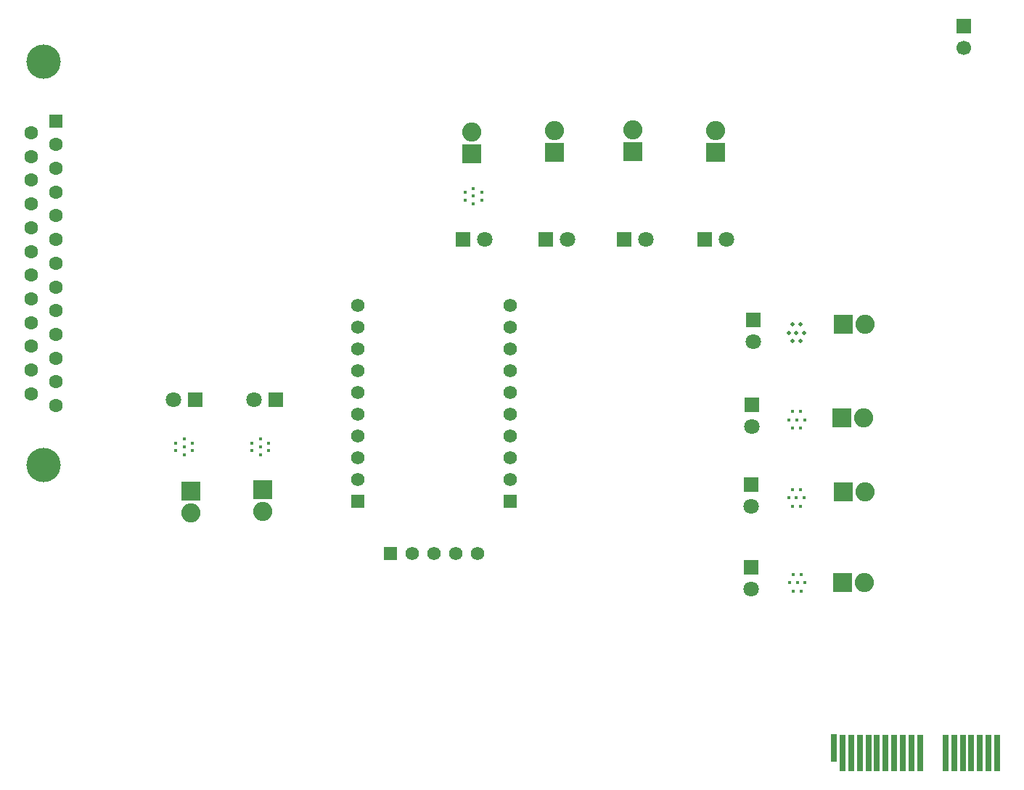
<source format=gbr>
%TF.GenerationSoftware,KiCad,Pcbnew,(6.0.6-0)*%
%TF.CreationDate,2023-04-04T18:07:55-07:00*%
%TF.ProjectId,relay-board,72656c61-792d-4626-9f61-72642e6b6963,rev?*%
%TF.SameCoordinates,Original*%
%TF.FileFunction,Soldermask,Bot*%
%TF.FilePolarity,Negative*%
%FSLAX46Y46*%
G04 Gerber Fmt 4.6, Leading zero omitted, Abs format (unit mm)*
G04 Created by KiCad (PCBNEW (6.0.6-0)) date 2023-04-04 18:07:55*
%MOMM*%
%LPD*%
G01*
G04 APERTURE LIST*
%ADD10C,0.406400*%
%ADD11C,0.460400*%
%ADD12R,2.240000X2.240000*%
%ADD13O,2.240000X2.240000*%
%ADD14R,1.800000X1.800000*%
%ADD15C,1.800000*%
%ADD16C,1.560000*%
%ADD17R,1.560000X1.560000*%
%ADD18R,0.700000X4.300000*%
%ADD19R,0.700000X3.200000*%
%ADD20C,1.700000*%
%ADD21R,1.700000X1.700000*%
%ADD22C,4.000000*%
%ADD23R,1.600000X1.600000*%
%ADD24C,1.600000*%
G04 APERTURE END LIST*
D10*
%TO.C,RELAY9*%
X115316000Y-82399000D03*
X115316000Y-81494000D03*
X116291000Y-81947000D03*
X116291000Y-82852000D03*
X115316000Y-83304000D03*
X114341000Y-81947000D03*
X114341000Y-82852000D03*
%TD*%
%TO.C,RELAY10*%
X106431000Y-82399000D03*
X106431000Y-81494000D03*
X107406000Y-81947000D03*
X107406000Y-82852000D03*
X106431000Y-83304000D03*
X105456000Y-81947000D03*
X105456000Y-82852000D03*
%TD*%
%TO.C,RELAY8*%
X177980000Y-98257000D03*
X177075000Y-98257000D03*
X177528000Y-97282000D03*
X178433000Y-97282000D03*
X178885000Y-98257000D03*
X177528000Y-99232000D03*
X178433000Y-99232000D03*
%TD*%
%TO.C,RELAY7*%
X177863000Y-88351000D03*
X176958000Y-88351000D03*
X177411000Y-87376000D03*
X178316000Y-87376000D03*
X178768000Y-88351000D03*
X177411000Y-89326000D03*
X178316000Y-89326000D03*
%TD*%
%TO.C,RELAY6*%
X177903000Y-79248000D03*
X176998000Y-79248000D03*
X177451000Y-78273000D03*
X178356000Y-78273000D03*
X178808000Y-79248000D03*
X177451000Y-80223000D03*
X178356000Y-80223000D03*
%TD*%
D11*
%TO.C,RELAY5*%
X177863000Y-69088000D03*
X176958000Y-69088000D03*
X177411000Y-68113000D03*
X178316000Y-68113000D03*
X178768000Y-69088000D03*
X177411000Y-70063000D03*
X178316000Y-70063000D03*
%TD*%
D10*
%TO.C,RELAY1*%
X140167000Y-53142000D03*
X140167000Y-54047000D03*
X139192000Y-53594000D03*
X139192000Y-52689000D03*
X140167000Y-52237000D03*
X141142000Y-53594000D03*
X141142000Y-52689000D03*
%TD*%
D12*
%TO.C,D14*%
X183134000Y-78994000D03*
D13*
X185674000Y-78994000D03*
%TD*%
D14*
%TO.C,D3*%
X138933000Y-58166000D03*
D15*
X141473000Y-58166000D03*
%TD*%
D12*
%TO.C,D7*%
X149647000Y-48015000D03*
D13*
X149647000Y-45475000D03*
%TD*%
D14*
%TO.C,D9*%
X148585000Y-58166000D03*
D15*
X151125000Y-58166000D03*
%TD*%
D16*
%TO.C,U1*%
X126674900Y-65851500D03*
X126674900Y-68391500D03*
X126674900Y-70931500D03*
X126674900Y-73471500D03*
X126674900Y-76011500D03*
X126674900Y-78551500D03*
X126674900Y-81091500D03*
X126674900Y-83631500D03*
X126674900Y-86171500D03*
D17*
X126674900Y-88711500D03*
X130484900Y-94807500D03*
D16*
X133024900Y-94807500D03*
X135564900Y-94807500D03*
X138104900Y-94807500D03*
X140644900Y-94807500D03*
D17*
X144454340Y-88711500D03*
D16*
X144454340Y-86171500D03*
X144454340Y-83631500D03*
X144454340Y-81091500D03*
X144454340Y-78551500D03*
X144454340Y-76011500D03*
X144454340Y-73471500D03*
X144454340Y-70931500D03*
X144454340Y-68391500D03*
X144454340Y-65851500D03*
%TD*%
D14*
%TO.C,D20*%
X107706000Y-76876000D03*
D15*
X105166000Y-76876000D03*
%TD*%
D12*
%TO.C,D17*%
X115570000Y-87376000D03*
D13*
X115570000Y-89916000D03*
%TD*%
D14*
%TO.C,D4*%
X167132000Y-58166000D03*
D15*
X169672000Y-58166000D03*
%TD*%
D12*
%TO.C,D2*%
X168402000Y-48006000D03*
D13*
X168402000Y-45466000D03*
%TD*%
D12*
%TO.C,D1*%
X139954000Y-48174000D03*
D13*
X139954000Y-45634000D03*
%TD*%
D12*
%TO.C,D13*%
X158750000Y-47920000D03*
D13*
X158750000Y-45380000D03*
%TD*%
D14*
%TO.C,D10*%
X172848000Y-67564000D03*
D15*
X172848000Y-70104000D03*
%TD*%
D14*
%TO.C,D6*%
X172594000Y-86822000D03*
D15*
X172594000Y-89362000D03*
%TD*%
D14*
%TO.C,D19*%
X117099000Y-76876000D03*
D15*
X114559000Y-76876000D03*
%TD*%
D18*
%TO.C,J1*%
X201270000Y-118098000D03*
X200270000Y-118098000D03*
X199270000Y-118098000D03*
X198270000Y-118098000D03*
X197270000Y-118098000D03*
X196270000Y-118098000D03*
X195270000Y-118098000D03*
X192270000Y-118098000D03*
X191270000Y-118098000D03*
X190270000Y-118098000D03*
X189270000Y-118098000D03*
X188270000Y-118098000D03*
X187270000Y-118098000D03*
X186270000Y-118098000D03*
X185270000Y-118098000D03*
X184270000Y-118098000D03*
X183270000Y-118098000D03*
D19*
X182270000Y-117548000D03*
%TD*%
D14*
%TO.C,D16*%
X172634000Y-77465000D03*
D15*
X172634000Y-80005000D03*
%TD*%
D12*
%TO.C,D8*%
X183348000Y-68072000D03*
D13*
X185888000Y-68072000D03*
%TD*%
D14*
%TO.C,D15*%
X157729000Y-58166000D03*
D15*
X160269000Y-58166000D03*
%TD*%
D20*
%TO.C,J3*%
X197358000Y-35814000D03*
D21*
X197358000Y-33274000D03*
%TD*%
D22*
%TO.C,J2*%
X90020000Y-37415000D03*
X90020000Y-84515000D03*
D23*
X91440000Y-44345000D03*
D24*
X91440000Y-47115000D03*
X91440000Y-49885000D03*
X91440000Y-52655000D03*
X91440000Y-55425000D03*
X91440000Y-58195000D03*
X91440000Y-60965000D03*
X91440000Y-63735000D03*
X91440000Y-66505000D03*
X91440000Y-69275000D03*
X91440000Y-72045000D03*
X91440000Y-74815000D03*
X91440000Y-77585000D03*
X88600000Y-45730000D03*
X88600000Y-48500000D03*
X88600000Y-51270000D03*
X88600000Y-54040000D03*
X88600000Y-56810000D03*
X88600000Y-59580000D03*
X88600000Y-62350000D03*
X88600000Y-65120000D03*
X88600000Y-67890000D03*
X88600000Y-70660000D03*
X88600000Y-73430000D03*
X88600000Y-76200000D03*
%TD*%
D12*
%TO.C,D5*%
X183348000Y-87630000D03*
D13*
X185888000Y-87630000D03*
%TD*%
D14*
%TO.C,D12*%
X172594000Y-96474000D03*
D15*
X172594000Y-99014000D03*
%TD*%
D12*
%TO.C,D11*%
X183262000Y-98257000D03*
D13*
X185802000Y-98257000D03*
%TD*%
D12*
%TO.C,D18*%
X107193000Y-87544000D03*
D13*
X107193000Y-90084000D03*
%TD*%
M02*

</source>
